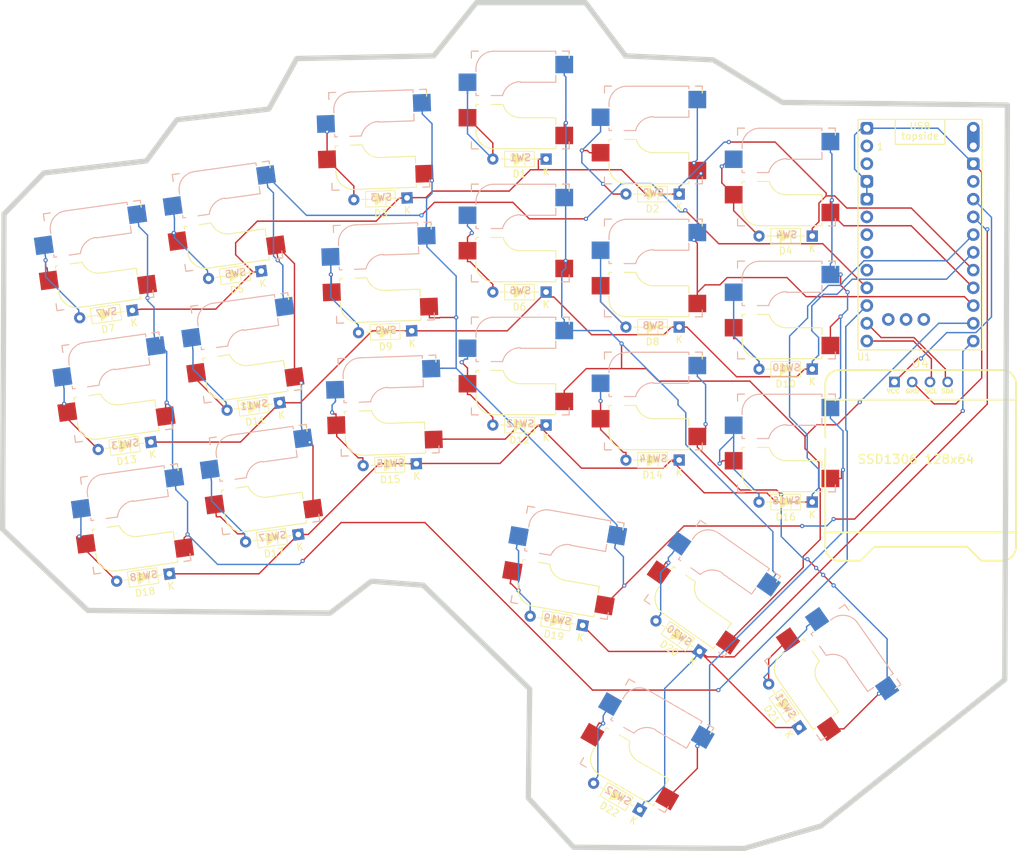
<source format=kicad_pcb>
(kicad_pcb (version 20241229) (generator "pcbnew") (generator_version "9.0")
  (title_block (title "Wing46") (rev "3"))
  (layers (0 "F.Cu" signal) (2 "B.Cu" signal) (13 "F.Paste" user) (15 "B.Paste" user) (5 "F.SilkS" user "F.Silkscreen") (7 "B.SilkS" user "B.Silkscreen") (1 "F.Mask" user) (3 "B.Mask" user) (25 "Edge.Cuts" user))
  (net 0 "")
  (net 1 "/Row1")
  (net 2 "/Col4")
  (net 3 "Earth")
  (net 4 "/Row4")
  (net 5 "/Col1")
  (net 7 "/Col5")
  (net 8 "/Col6")
  (net 9 "/Row2")
  (net 10 "/Col2")
  (net 11 "/Col3")
  (net 12 "/Row3")
  (net 22 "+3V3")
  (net 23 "/SDA")
  (net 24 "/SCL")
  (net 25 "/B+")
  (net 26 "Net-(D1-A)")
  (net 27 "Net-(D2-A)")
  (net 28 "Net-(D3-A)")
  (net 29 "Net-(D4-A)")
  (net 30 "Net-(D5-A)")
  (net 31 "Net-(D6-A)")
  (net 32 "Net-(D7-A)")
  (net 33 "Net-(D8-A)")
  (net 34 "Net-(D9-A)")
  (net 35 "Net-(D10-A)")
  (net 36 "Net-(D11-A)")
  (net 37 "Net-(D12-A)")
  (net 38 "Net-(D13-A)")
  (net 39 "Net-(D14-A)")
  (net 40 "Net-(D15-A)")
  (net 41 "Net-(D16-A)")
  (net 42 "Net-(D17-A)")
  (net 43 "Net-(D18-A)")
  (net 44 "Net-(D19-A)")
  (net 45 "Net-(D20-A)")
  (net 46 "Net-(D21-A)")
  (net 47 "Net-(D22-A)")
  (footprint "PCM_Diode_THT_AKL:D_DO-35_SOD27_P7.62mm_Horizontal" (layer "F.Cu") (at 145.3427 45.9365 180)
    (property "Reference" "D1")
    (property "Value" "1N4148" (hide yes))
  )
  (footprint "PCM_Diode_THT_AKL:D_DO-35_SOD27_P7.62mm_Horizontal" (layer "F.Cu") (at 88.7752 86.4751 -172)
    (property "Reference" "D13")
    (property "Value" "1N4148" (hide yes))
  )
  (footprint "PCM_Diode_THT_AKL:D_DO-35_SOD27_P7.62mm_Horizontal" (layer "F.Cu") (at 145.3427 84.0365 180)
    (property "Reference" "D12")
    (property "Value" "1N4148" (hide yes))
  )
  (footprint "PCM_Diode_THT_AKL:D_DO-35_SOD27_P7.62mm_Horizontal" (layer "F.Cu") (at 183.4427 56.9655 180)
    (property "Reference" "D4")
    (property "Value" "1N4148" (hide yes))
  )
  (footprint "PCM_Diode_THT_AKL:D_DO-35_SOD27_P7.62mm_Horizontal" (layer "F.Cu") (at 183.4427 76.0155 180)
    (property "Reference" "D10")
    (property "Value" "1N4148" (hide yes))
  )
  (footprint "PCM_Diode_THT_AKL:D_DO-35_SOD27_P7.62mm_Horizontal" (layer "F.Cu") (at 150.5704 112.7309 170)
    (property "Reference" "D19")
    (property "Value" "1N4148" (hide yes))
  )
  (footprint "PCM_Diode_THT_AKL:D_DO-35_SOD27_P7.62mm_Horizontal" (layer "F.Cu") (at 104.5699 61.9806 -172)
    (property "Reference" "D5")
    (property "Value" "1N4148" (hide yes))
  )
  (footprint "PCM_Diode_THT_AKL:D_DO-35_SOD27_P7.62mm_Horizontal" (layer "F.Cu") (at 145.3427 64.9865 180)
    (property "Reference" "D6")
    (property "Value" "1N4148" (hide yes))
  )
  (footprint "PCM_Diode_THT_AKL:D_DO-35_SOD27_P7.62mm_Horizontal" (layer "F.Cu") (at 164.3927 50.9497 180)
    (property "Reference" "D2")
    (property "Value" "1N4148" (hide yes))
  )
  (footprint "PCM_marbastlib-xp-promicroish:SuperMini_nRF52840_AH_USBup" (layer "F.Cu") (at 198.88 58.03)
    (property "Reference" "U1")
    (property "Value" "SuperMini nRF52840")
  )
  (footprint "PCM_Diode_THT_AKL:D_DO-35_SOD27_P7.62mm_Horizontal" (layer "F.Cu") (at 158.7428 139.1513 150)
    (property "Reference" "D22")
    (property "Value" "1N4148" (hide yes))
  )
  (footprint "PCM_Diode_THT_AKL:D_DO-35_SOD27_P7.62mm_Horizontal" (layer "F.Cu") (at 164.3927 69.9997 180)
    (property "Reference" "D8")
    (property "Value" "1N4148" (hide yes))
  )
  (footprint "Library:SSD1306" (layer "F.Cu") (at 185.3066 103.4688)
    (property "Reference" "U4")
    (property "Value" "SSD1306-128X64-OLED-0.96")
  )
  (footprint "PCM_Diode_THT_AKL:D_DO-35_SOD27_P7.62mm_Horizontal" (layer "F.Cu") (at 91.4264 105.3397 -172)
    (property "Reference" "D18")
    (property "Value" "1N4148" (hide yes))
  )
  (footprint "PCM_Diode_THT_AKL:D_DO-35_SOD27_P7.62mm_Horizontal" (layer "F.Cu") (at 125.4425 51.5007 -178)
    (property "Reference" "D3")
    (property "Value" "1N4148" (hide yes))
  )
  (footprint "PCM_Diode_THT_AKL:D_DO-35_SOD27_P7.62mm_Horizontal" (layer "F.Cu") (at 126.1074 70.5391 -178)
    (property "Reference" "D9")
    (property "Value" "1N4148" (hide yes))
  )
  (footprint "PCM_Diode_THT_AKL:D_DO-35_SOD27_P7.62mm_Horizontal" (layer "F.Cu") (at 109.8724 99.7098 -172)
    (property "Reference" "D17")
    (property "Value" "1N4148" (hide yes))
  )
  (footprint "PCM_Diode_THT_AKL:D_DO-35_SOD27_P7.62mm_Horizontal" (layer "F.Cu") (at 126.7722 89.5775 -178)
    (property "Reference" "D15")
    (property "Value" "1N4148" (hide yes))
  )
  (footprint "PCM_Diode_THT_AKL:D_DO-35_SOD27_P7.62mm_Horizontal" (layer "F.Cu") (at 86.1239 67.6105 -172)
    (property "Reference" "D7")
    (property "Value" "1N4148" (hide yes))
  )
  (footprint "PCM_Diode_THT_AKL:D_DO-35_SOD27_P7.62mm_Horizontal" (layer "F.Cu") (at 164.3927 89.0497 180)
    (property "Reference" "D14")
    (property "Value" "1N4148" (hide yes))
  )
  (footprint "PCM_Diode_THT_AKL:D_DO-35_SOD27_P7.62mm_Horizontal" (layer "F.Cu") (at 167.3111 116.4614 145)
    (property "Reference" "D20")
    (property "Value" "1N4148" (hide yes))
  )
  (footprint "PCM_Diode_THT_AKL:D_DO-35_SOD27_P7.62mm_Horizontal" (layer "F.Cu") (at 107.2212 80.8452 -172)
    (property "Reference" "D11")
    (property "Value" "1N4148" (hide yes))
  )
  (footprint "PCM_Diode_THT_AKL:D_DO-35_SOD27_P7.62mm_Horizontal" (layer "F.Cu") (at 181.5748 127.3668 125)
    (property "Reference" "D21")
    (property "Value" "1N4148" (hide yes))
  )
  (footprint "PCM_Diode_THT_AKL:D_DO-35_SOD27_P7.62mm_Horizontal" (layer "F.Cu") (at 183.4427 95.0655 180)
    (property "Reference" "D16")
    (property "Value" "1N4148" (hide yes))
  )
  (footprint "keyswitches:Kailh_socket_MX_reversible" (layer "B.Cu") (at 141.6527 37.4765)
    (property "Reference" "SW1")
    (property "Value" "KS33_SW_HS")
  )
  (footprint "keyswitches:Kailh_socket_MX_reversible" (layer "B.Cu") (at 141.6527 75.5765)
    (property "Reference" "SW12")
    (property "Value" "KS33_SW_HS")
  )
  (footprint "keyswitches:Kailh_socket_MX_reversible" (layer "B.Cu") (at 83.9437 78.611 8)
    (property "Reference" "SW13")
    (property "Value" "KS33_SW_HS")
  )
  (footprint "keyswitches:Kailh_socket_MX_reversible" (layer "B.Cu") (at 122.1244 62.2131 2)
    (property "Reference" "SW9")
    (property "Value" "KS33_SW_HS")
  )
  (footprint "keyswitches:Kailh_socket_MX_reversible" (layer "B.Cu") (at 160.7027 42.4897)
    (property "Reference" "SW2")
    (property "Value" "KS33_SW_HS")
  )
  (footprint "keyswitches:Kailh_socket_MX_reversible" (layer "B.Cu") (at 160.7027 80.5897)
    (property "Reference" "SW14")
    (property "Value" "KS33_SW_HS")
  )
  (footprint "keyswitches:Kailh_socket_MX_reversible" (layer "B.Cu") (at 169.1409 107.4149 -35)
    (property "Reference" "SW20")
    (property "Value" "KS33_SW_HS")
  )
  (footprint "keyswitches:Kailh_socket_MX_reversible" (layer "B.Cu") (at 179.7527 86.6055)
    (property "Reference" "SW16")
    (property "Value" "KS33_SW_HS")
  )
  (footprint "keyswitches:Kailh_socket_MX_reversible" (layer "B.Cu") (at 81.2924 59.7464 8)
    (property "Reference" "SW7")
    (property "Value" "KS33_SW_HS")
  )
  (footprint "keyswitches:Kailh_socket_MX_reversible" (layer "B.Cu") (at 160.7027 61.5397)
    (property "Reference" "SW8")
    (property "Value" "KS33_SW_HS")
  )
  (footprint "keyswitches:Kailh_socket_MX_reversible" (layer "B.Cu") (at 121.4595 43.1747 2)
    (property "Reference" "SW3")
    (property "Value" "KS33_SW_HS")
  )
  (footprint "keyswitches:Kailh_socket_MX_reversible" (layer "B.Cu") (at 86.5949 97.4756 8)
    (property "Reference" "SW18")
    (property "Value" "KS33_SW_HS")
  )
  (footprint "keyswitches:Kailh_socket_MX_reversible" (layer "B.Cu") (at 179.7527 48.5055)
    (property "Reference" "SW4")
    (property "Value" "KS33_SW_HS")
  )
  (footprint "keyswitches:Kailh_socket_MX_reversible" (layer "B.Cu") (at 122.7892 81.2515 2)
    (property "Reference" "SW15")
    (property "Value" "KS33_SW_HS")
  )
  (footprint "keyswitches:Kailh_socket_MX_reversible" (layer "B.Cu") (at 141.6527 56.5265)
    (property "Reference" "SW6")
    (property "Value" "KS33_SW_HS")
  )
  (footprint "keyswitches:Kailh_socket_MX_reversible" (layer "B.Cu") (at 102.3897 72.9811 8)
    (property "Reference" "SW11")
    (property "Value" "KS33_SW_HS")
  )
  (footprint "keyswitches:Kailh_socket_MX_reversible" (layer "B.Cu") (at 148.4055 103.7587 -10)
    (property "Reference" "SW19")
    (property "Value" "KS33_SW_HS")
  )
  (footprint "keyswitches:Kailh_socket_MX_reversible" (layer "B.Cu") (at 99.7384 54.1165 8)
    (property "Reference" "SW5")
    (property "Value" "KS33_SW_HS")
  )
  (footprint "keyswitches:Kailh_socket_MX_reversible" (layer "B.Cu") (at 105.0409 91.8457 8)
    (property "Reference" "SW17")
    (property "Value" "KS33_SW_HS")
  )
  (footprint "keyswitches:Kailh_socket_MX_reversible" (layer "B.Cu") (at 179.7527 67.5555)
    (property "Reference" "SW10")
    (property "Value" "KS33_SW_HS")
  )
  (footprint "keyswitches:Kailh_socket_MX_reversible" (layer "B.Cu") (at 159.7772 129.9797 -30)
    (property "Reference" "SW22")
    (property "Value" "KS33_SW_HS")
  )
  (footprint "keyswitches:Kailh_socket_MX_reversible" (layer "B.Cu") (at 186.3883 119.4917 -55)
    (property "Reference" "SW21")
    (property "Value" "KS33_SW_HS")
  )
  (gr_poly (pts (xy 156.707505 31.155508) (xy 169.280487 31.727008) (xy 179.186493 37.823009) (xy 211.380997 38.20401) (xy 211 120.5) (xy 184.711014 141.455017) (xy 173.662003 144.693511) (xy 149.278016 144.503005) (xy 142.801011 137.454513) (xy 142.991501 121.833511) (xy 127.751503 106.97451) (xy 120.321999 106.403007) (xy 114.416504 110.975013) (xy 79.745499 110.594009) (xy 67.553505 98.973503) (xy 67.743996 53.825012) (xy 73.459 47.919509) (xy 88.127503 46.205009) (xy 92.509003 40.299507) (xy 105.653496 38.775508) (xy 109.654007 31.53651) (xy 129.275498 31.155508) (xy 135.371506 23.535509) (xy 150.992508 23.535509)) (stroke (width 0.762)) (fill no) (layer "Edge.Cuts"))
  (segment (start 125.4425 51.5007) (end 124.303 51.5405) (width 0.2) (layer "F.Cu") (net 1))
  (segment (start 126.582 51.461) (end 128.14 51.461) (width 0.2) (layer "F.Cu") (net 1))
  (segment (start 171.5 43.5) (end 178.127457 43.5) (width 0.2) (layer "F.Cu") (net 1))
  (segment (start 184.4052 52.2415) (end 184.4052 54.9013) (width 0.2) (layer "F.Cu") (net 1))
  (segment (start 178.127457 43.5) (end 185.4368 50.809343) (width 0.2) (layer "F.Cu") (net 1))
  (segment (start 185.4368 50.809343) (end 185.4368 51.2099) (width 0.2) (layer "F.Cu") (net 1))
  (segment (start 159.603 50.9497) (end 156.122 47.4685) (width 0.2) (layer "F.Cu") (net 1))
  (segment (start 104.0126 54.827) (end 121.0165 54.827) (width 0.2) (layer "F.Cu") (net 1))
  (segment (start 126.5791 51.461) (end 126.582 51.4609) (width 0.2) (layer "F.Cu") (net 1))
  (segment (start 186.6487 51.2099) (end 185.4368 51.2099) (width 0.2) (layer "F.Cu") (net 1))
  (segment (start 185.4368 51.2099) (end 184.4052 52.2415) (width 0.2) (layer "F.Cu") (net 1))
  (segment (start 128.14 51.461) (end 129.084 50.5177) (width 0.2) (layer "F.Cu") (net 1))
  (segment (start 145.3427 45.9365) (end 144.241 45.9365) (width 0.2) (layer "F.Cu") (net 1))
  (segment (start 143.114 47.4685) (end 144.241 47.4685) (width 0.2) (layer "F.Cu") (net 1))
  (segment (start 164.3927 50.9497) (end 159.603 50.9497) (width 0.2) (layer "F.Cu") (net 1))
  (segment (start 206.5 61.84) (end 197.6109 52.9509) (width 0.2) (layer "F.Cu") (net 1))
  (segment (start 183.4427 56.9655) (end 183.4427 55.8638) (width 0.2) (layer "F.Cu") (net 1))
  (segment (start 100.9023 59.6407) (end 100.9023 57.9373) (width 0.2) (layer "F.Cu") (net 1))
  (segment (start 125.4822 51.461) (end 126.5791 51.461) (width 0.2) (layer "F.Cu") (net 1))
  (segment (start 184.4052 54.9013) (end 183.4427 55.8638) (width 0.2) (layer "F.Cu") (net 1))
  (segment (start 188.3897 52.9509) (end 186.6487 51.2099) (width 0.2) (layer "F.Cu") (net 1))
  (segment (start 103.3255 62.1556) (end 98.0455 67.4356) (width 0.2) (layer "F.Cu") (net 1))
  (segment (start 140.065 50.5177) (end 143.114 47.4685) (width 0.2) (layer "F.Cu") (net 1))
  (segment (start 156.122 47.4685) (end 144.241 47.4685) (width 0.2) (layer "F.Cu") (net 1))
  (segment (start 197.6109 52.9509) (end 188.3897 52.9509) (width 0.2) (layer "F.Cu") (net 1))
  (segment (start 103.3255 62.1555) (end 103.3255 62.1556) (width 0.2) (layer "F.Cu") (net 1))
  (segment (start 121.0165 54.827) (end 124.303 51.5405) (width 0.2) (layer "F.Cu") (net 1))
  (segment (start 100.9023 57.9373) (end 104.0126 54.827) (width 0.2) (layer "F.Cu") (net 1))
  (segment (start 125.442 51.5007) (end 126.5791 51.461) (width 0.2) (layer "F.Cu") (net 1))
  (segment (start 103.3255 62.0639) (end 100.9023 59.6407) (width 0.2) (layer "F.Cu") (net 1))
  (segment (start 126.582 51.4609) (end 126.582 51.461) (width 0.2) (layer "F.Cu") (net 1))
  (segment (start 98.0455 67.4356) (end 87.3683 67.4356) (width 0.2) (layer "F.Cu") (net 1))
  (segment (start 144.241 45.9365) (end 144.241 47.4685) (width 0.2) (layer "F.Cu") (net 1))
  (segment (start 103.3255 62.1555) (end 103.3255 62.0639) (width 0.2) (layer "F.Cu") (net 1))
  (segment (start 129.084 50.5177) (end 140.065 50.5177) (width 0.2) (layer "F.Cu") (net 1))
  (segment (start 104.5699 61.9806) (end 103.3255 62.1555) (width 0.2) (layer "F.Cu") (net 1))
  (segment (start 86.1239 67.6105) (end 87.3683 67.4356) (width 0.2) (layer "F.Cu") (net 1))
  (via (at 171.5 43.5) (size 0.6) (drill 0.3) (layers "F.Cu" "B.Cu") (net 1))
  (segment (start 164.3927 49.9497) (end 170.8424 43.5) (width 0.2) (layer "B.Cu") (net 1))
  (segment (start 164.3927 50.9497) (end 164.3927 49.9497) (width 0.2) (layer "B.Cu") (net 1))
  (segment (start 164.3927 50.9497) (end 164.3927 49.848) (width 0.2) (layer "B.Cu") (net 1))
  (segment (start 170.8424 43.5) (end 171.5 43.5) (width 0.2) (layer "B.Cu") (net 1))
  (segment (start 174.5006 77.7419) (end 182.4144 85.6557) (width 0.2) (layer "F.Cu") (net 2))
  (segment (start 147.943 40.767) (end 148.178 40.767) (width 0.2) (layer "F.Cu") (net 2))
  (segment (start 182.4144 85.6557) (end 182.4144 87.418) (width 0.2) (layer "F.Cu") (net 2))
  (segment (start 147.9427 79.1048) (end 151.0917 75.9558) (width 0.2) (layer "F.Cu") (net 2))
  (segment (start 156.1473 75.9558) (end 159.6664 75.9558) (width 0.2) (layer "F.Cu") (net 2))
  (segment (start 147.943 42.5565) (end 147.943 40.767) (width 0.2) (layer "F.Cu") (net 2))
  (segment (start 182.149 104.414586) (end 182.149 102.851) (width 0.2) (layer "F.Cu") (net 2))
  (segment (start 190.25 80.75) (end 187 84) (width 0.2) (layer "F.Cu") (net 2))
  (segment (start 184.0701 84) (end 182.4144 85.6557) (width 0.2) (layer "F.Cu") (net 2))
  (segment (start 156.1473 75.9558) (end 156.1473 72.3613) (width 0.2) (layer "F.Cu") (net 2))
  (segment (start 161.4525 77.7419) (end 174.5006 77.7419) (width 0.2) (layer "F.Cu") (net 2))
  (segment (start 159.6664 75.9558) (end 161.4525 77.7419) (width 0.2) (layer "F.Cu") (net 2))
  (segment (start 171.379598 115.183988) (end 182.149 104.414586) (width 0.2) (layer "F.Cu") (net 2))
  (segment (start 147.9427 80.6565) (end 147.9427 79.1048) (width 0.2) (layer "F.Cu") (net 2))
  (segment (start 184.5863 93.1808) (end 184.5863 100.4137) (width 0.2) (layer "F.Cu") (net 2))
  (segment (start 187 84) (end 184.0701 84) (width 0.2) (layer "F.Cu") (net 2))
  (segment (start 182.149 102.851) (end 184.5863 100.4137) (width 0.2) (layer "F.Cu") (net 2))
  (segment (start 184.4052 89.4088) (end 184.4052 92.9997) (width 0.2) (layer "F.Cu") (net 2))
  (segment (start 151.0917 75.9558) (end 156.1473 75.9558) (width 0.2) (layer "F.Cu") (net 2))
  (segment (start 184.4052 92.9997) (end 184.5863 93.1808) (width 0.2) (layer "F.Cu") (net 2))
  (segment (start 182.4144 87.418) (end 184.4052 89.4088) (width 0.2) (layer "F.Cu") (net 2))
  (via (at 190.25 80.75) (size 0.6) (drill 0.3) (layers "F.Cu" "B.Cu") (net 2))
  (via (at 148.178 40.767) (size 0.6) (drill 0.3) (layers "F.Cu" "B.Cu") (net 2))
  (via (at 148.1438 60.5) (size 0.6) (drill 0.3) (layers "F.Cu" "B.Cu") (net 2))
  (via (at 156.1473 72.3613) (size 0.6) (drill 0.3) (layers "F.Cu" "B.Cu") (net 2))
  (segment (start 147.9427 70.4965) (end 147.9427 68.9448) (width 0.2) (layer "B.Cu") (net 2))
  (segment (start 190.25 80.75) (end 201.54 69.46) (width 0.2) (layer "B.Cu") (net 2))
  (segment (start 147.5923 62.1128) (end 147.5923 68.5944) (width 0.2) (layer "B.Cu") (net 2))
  (segment (start 148.178 40.767) (end 148.178 34.1839) (width 0.2) (layer "B.Cu") (net 2))
  (segment (start 163.3835 79.5975) (end 163.3835 79.5974) (width 0.2) (layer "B.Cu") (net 2))
  (segment (start 165.3463 82.2635) (end 164.2318 81.149) (width 0.2) (layer "B.Cu") (net 2))
  (segment (start 177.8088 99.3041) (end 165.3463 86.8416) (width 0.2) (layer "B.Cu") (net 2))
  (segment (start 148.178 34.1839) (end 147.943 33.9482) (width 0.2) (layer "B.Cu") (net 2))
  (segment (start 148.1438 61.5613) (end 147.5923 62.1128) (width 0.2) (layer "B.Cu") (net 2))
  (segment (start 154.2825 70.4965) (end 147.9427 70.4965) (width 0.2) (layer "B.Cu") (net 2))
  (segment (start 162.5887 78.8027) (end 156.1473 72.3613) (width 0.2) (layer "B.Cu") (net 2))
  (segment (start 201.54 69.46) (end 206.5 69.46) (width 0.2) (layer "B.Cu") (net 2))
  (segment (start 162.5888 78.8027) (end 162.5887 78.8027) (width 0.2) (layer "B.Cu") (net 2))
  (segment (start 147.943 33.9482) (end 147.943 32.3965) (width 0.2) (layer "B.Cu") (net 2))
  (segment (start 147.943 50.4967) (end 148.178 50.261) (width 0.2) (layer "B.Cu") (net 2))
  (segment (start 147.5923 68.5944) (end 147.9427 68.9448) (width 0.2) (layer "B.Cu") (net 2))
  (segment (start 164.2318 81.149) (end 164.2318 80.4458) (width 0.2) (layer "B.Cu") (net 2))
  (segment (start 177.2071 106.8614) (end 178.2566 105.3626) (width 0.2) (layer "B.Cu") (net 2))
  (segment (start 164.2318 80.4458) (end 163.3835 79.5975) (width 0.2) (layer "B.Cu") (net 2))
  (segment (start 156.1473 72.3613) (end 154.2825 70.4965) (width 0.2) (layer "B.Cu") (net 2))
  (segment (start 163.3835 79.5974) (end 162.5888 78.8027) (width 0.2) (layer "B.Cu") (net 2))
  (segment (start 148.178 50.261) (end 148.178 40.767) (width 0.2) (layer "B.Cu") (net 2))
  (segment (start 178.2566 105.3626) (end 177.8088 104.9148) (width 0.2) (layer "B.Cu") (net 2))
  (segment (start 148.1438 60.5) (end 148.1438 61.5613) (width 0.2) (layer "B.Cu") (net 2))
  (segment (start 177.8088 104.9148) (end 177.8088 99.3041) (width 0.2) (layer "B.Cu") (net 2))
  (segment (start 148.1438 51.6473) (end 148.1438 60.5) (width 0.2) (layer "B.Cu") (net 2))
  (segment (start 165.3463 86.8416) (end 165.3463 82.2635) (width 0.2) (layer "B.Cu") (net 2))
  (segment (start 206.5 46.6) (end 207.701 47.801) (width 0.2) (layer "F.Cu") (net 3))
  (segment (start 207.701 77.299) (end 204 81) (width 0.2) (layer "F.Cu") (net 3))
  (segment (start 207.701 47.801) (end 207.701 77.299) (width 0.2) (layer "F.Cu") (net 3))
  (segment (start 200.884 81) (end 197.753 77.8681) (width 0.2) (layer "F.Cu") (net 3))
  (segment (start 204 81) (end 200.884 81) (width 0.2) (layer "F.Cu") (net 3))
  (segment (start 190.48 41.52) (end 191.26 41.52) (width 0.2) (layer "B.Cu") (net 3))
  (segment (start 191.26 49.14) (end 189.5 47.38) (width 0.2) (layer "B.Cu") (net 3))
  (segment (start 201.42 41.52) (end 206.5 46.6) (width 0.2) (layer "B.Cu") (net 3))
  (segment (start 189.5 47.38) (end 189.5 42.5) (width 0.2) (layer "B.Cu") (net 3))
  (segment (start 189.5 42.5) (end 190.48 41.52) (width 0.2) (layer "B.Cu") (net 3))
  (segment (start 191.26 41.52) (end 201.42 41.52) (width 0.2) (layer "B.Cu") (net 3))
  (segment (start 191.26 51.68) (end 191.26 49.14) (width 0.2) (layer "B.Cu") (net 3))
  (segment (start 208.5 81.035982) (end 208.5 56) (width 0.2) (layer "F.Cu") (net 4))
  (segment (start 167.3111 116.4614) (end 154.3009 116.4614) (width 0.2) (layer "F.Cu") (net 4))
  (segment (start 154.3009 116.4614) (end 150.5704 112.7309) (width 0.2) (layer "F.Cu") (net 4))
  (segment (start 167.3111 116.4614) (end 168.3727 117.2048) (width 0.2) (layer "F.Cu") (net 4))
  (segment (start 168.089938 117.240238) (end 172.295744 117.240238) (width 0.2) (layer "F.Cu") (net 4))
  (segment (start 167.3111 116.4614) (end 168.089938 117.240238) (width 0.2) (layer "F.Cu") (net 4))
  (segment (start 178.2165 127.3668) (end 167.3111 116.4614) (width 0.2) (layer "F.Cu") (net 4))
  (segment (start 172.295744 117.240238) (end 208.5 81.035982) (width 0.2) (layer "F.Cu") (net 4))
  (segment (start 178.2165 127.3668) (end 181.5748 127.3668) (width 0.2) (layer "F.Cu") (net 4))
  (via (at 208.5 56) (size 0.6) (drill 0.3) (layers "F.Cu" "B.Cu") (net 4))
  (segment (start 167.3111 116.4614) (end 166.5677 117.523) (width 0.2) (layer "B.Cu") (net 4))
  (segment (start 162.3228 121.7679) (end 166.5677 117.523) (width 0.2) (layer "B.Cu") (net 4))
  (segment (start 160.064 137.9416) (end 162.3228 135.6828) (width 0.2) (layer "B.Cu") (net 4))
  (segment (start 159.4413 137.9416) (end 160.064 137.9416) (width 0.2) (layer "B.Cu") (net 4))
  (segment (start 162.3228 135.6828) (end 162.3228 121.7679) (width 0.2) (layer "B.Cu") (net 4))
  (segment (start 158.7428 139.1513) (end 159.4413 137.9416) (width 0.2) (layer "B.Cu") (net 4))
  (segment (start 206.5 54.22) (end 208.28 56) (width 0.2) (layer "B.Cu") (net 4))
  (segment (start 208.28 56) (end 208.5 56) (width 0.2) (layer "B.Cu") (net 4))
  (segment (start 170 122) (end 152 122) (width 0.2) (layer "F.Cu") (net 5))
  (segment (start 128 98) (end 116 98) (width 0.2) (layer "F.Cu") (net 5))
  (segment (start 152 122) (end 128 98) (width 0.2) (layer "F.Cu") (net 5))
  (segment (start 116 98) (end 110.5 103.5) (width 0.2) (layer "F.Cu") (net 5))
  (segment (start 88.2919 63.965277) (end 88.228186 63.901563) (width 0.2) (layer "F.Cu") (net 5))
  (segment (start 93.530686 101.630763) (end 93.530686 100.187814) (width 0.2) (layer "F.Cu") (net 5))
  (segment (start 90.879486 82.766163) (end 90.879486 80.972814) (width 0.2) (layer "F.Cu") (net 5))
  (segment (start 90.8422 81.0101) (end 91.0361 80.8162) (width 0.2) (layer "F.Cu") (net 5))
  (segment (start 90.879486 80.972814) (end 91.0361 80.8162) (width 0.2) (layer "F.Cu") (net 5))
  (segment (start 93.530686 100.187814) (end 94.022 99.6965) (width 0.2) (layer "F.Cu") (net 5))
  (segment (start 88.2919 65.835) (end 88.2919 63.965277) (width 0.2) (layer "F.Cu") (net 5))
  (via (at 91.0361 80.8162) (size 0.6) (drill 0.3) (layers "F.Cu" "B.Cu") (net 5))
  (via (at 110.5 103.5) (size 0.6) (drill 0.3) (layers "F.Cu" "B.Cu") (net 5))
  (via (at 170 122) (size 0.6) (drill 0.3) (layers "F.Cu" "B.Cu") (net 5))
  (via (at 88.2919 65.835) (size 0.6) (drill 0.3) (layers "F.Cu" "B.Cu") (net 5))
  (via (at 94.022 99.6965) (size 0.6) (drill 0.3) (layers "F.Cu" "B.Cu") (net 5))
  (segment (start 188.449 84.9167) (end 188.449 103.551) (width 0.2) (layer "B.Cu") (net 5))
  (segment (start 170 122) (end 188.449 103.551) (width 0.2) (layer "B.Cu") (net 5))
  (segment (start 88.2919 66.2231) (end 88.2919 65.835) (width 0.2) (layer "B.Cu") (net 5))
  (segment (start 91.0361 73.521) (end 91.0361 80.8162) (width 0.2) (layer "B.Cu") (net 5))
  (segment (start 91.0361 80.8162) (end 91.8699 81.65) (width 0.2) (layer "B.Cu") (net 5))
  (segment (start 87.0611 55.5965) (end 88.2919 56.8273) (width 0.2) (layer "B.Cu") (net 5))
  (segment (start 89.2187 67.1499) (end 88.2919 66.2231) (width 0.2) (layer "B.Cu") (net 5))
  (segment (start 89.3421 71.827) (end 89.2187 70.949) (width 0.2) (layer "B.Cu") (net 5))
  (segment (start 89.2187 70.949) (end 89.2187 67.1499) (width 0.2) (layer "B.Cu") (net 5))
  (segment (start 89.3421 71.827) (end 91.0361 73.521) (width 0.2) (layer "B.Cu") (net 5))
  (segment (start 92.1167 91.5696) (end 91.8699 89.8136) (width 0.2) (layer "B.Cu") (net 5))
  (segment (start 86.8142 53.8404) (end 87.061 55.5965) (width 0.2) (layer "B.Cu") (net 5))
  (segment (start 92.3636 93.3257) (end 92.3635 93.3257) (width 0.2) (layer "B.Cu") (net 5))
  (segment (start 188.249 69.931) (end 188.249 84.7167) (width 0.2) (layer "B.Cu") (net 5))
  (segment (start 94.022 99.6965) (end 98.3255 104) (width 0.2) (layer "B.Cu") (net 5))
  (segment (start 87.061 55.5965) (end 87.0611 55.5965) (width 0.2) (layer "B.Cu") (net 5))
  (segment (start 88.2919 56.8273) (end 88.2919 65.835) (width 0.2) (layer "B.Cu") (net 5))
  (segment (start 94.022 94.9841) (end 92.3636 93.3257) (width 0.2) (layer "B.Cu") (net 5))
  (segment (start 92.1167 91.5696) (end 92.3635 93.3257) (width 0.2) (layer "B.Cu") (net 5))
  (segment (start 98.3255 104) (end 110 104) (width 0.2) (layer "B.Cu") (net 5))
  (segment (start 110 104) (end 110.5 103.5) (width 0.2) (layer "B.Cu") (net 5))
  (segment (start 94.022 99.6965) (end 94.022 94.9841) (width 0.2) (layer "B.Cu") (net 5))
  (segment (start 91.8699 81.65) (end 91.8699 89.8136) (width 0.2) (layer "B.Cu") (net 5))
  (segment (start 188.249 84.7167) (end 188.449 84.9167) (width 0.2) (layer "B.Cu") (net 5))
  (segment (start 191.26 66.92) (end 188.249 69.931) (width 0.2) (layer "B.Cu") (net 5))
  (segment (start 182.75 103.25) (end 184 104.5) (width 0.2) (layer "F.Cu") (net 7))
  (segment (start 186.5 107) (end 185 105.5) (width 0.2) (layer "F.Cu") (net 7))
  (segment (start 168.175 84.4874) (end 168.175 83.9078) (width 0.2) (layer "F.Cu") (net 7))
  (segment (start 179.8265 62.9108) (end 182.5656 65.6499) (width 0.2) (layer "F.Cu") (net 7))
  (segment (start 182.5656 65.6499) (end 205.2299 65.6499) (width 0.2) (layer "F.Cu") (net 7))
  (segment (start 173.129044 93.334687) (end 178.334687 93.334687) (width 0.2) (layer "F.Cu") (net 7))
  (segment (start 171.26 62.9108) (end 179.8265 62.9108) (width 0.2) (layer "F.Cu") (net 7))
  (segment (start 166.9927 66.6197) (end 166.9927 65.068) (width 0.2) (layer "F.Cu") (net 7))
  (segment (start 170.2179 63.9529) (end 168.1078 63.9529) (width 0.2) (layer "F.Cu") (net 7))
  (segment (start 168.1078 63.9529) (end 166.9927 65.068) (width 0.2) (layer "F.Cu") (net 7))
  (segment (start 166.9927 57.9927) (end 166.5 57.5) (width 0.2) (layer "F.Cu") (net 7))
  (segment (start 166.9927 85.6697) (end 168.175 84.4874) (width 0.2) (layer "F.Cu") (net 7))
  (segment (start 166.9927 87.198343) (end 173.129044 93.334687) (width 0.2) (layer "F.Cu") (net 7))
  (segment (start 166.9927 66.6197) (end 166.9927 57.9927) (width 0.2) (layer "F.Cu") (net 7))
  (segment (start 166.9927 85.6697) (end 166.9927 87.198343) (width 0.2) (layer "F.Cu") (net 7))
  (segment (start 185.834803 127.557935) (end 187.942065 127.557935) (width 0.2) (layer "F.Cu") (net 7))
  (segment (start 170.2179 63.9529) (end 171.26 62.9108) (width 0.2) (layer "F.Cu") (net 7))
  (segment (start 205.2299 65.6499) (end 206.5 66.92) (width 0.2) (layer "F.Cu") (net 7))
  (segment (start 178.334687 93.334687) (end 179 94) (width 0.2) (layer "F.Cu") (net 7))
  (segment (start 187.942065 127.557935) (end 193 122.5) (width 0.2) (layer "F.Cu") (net 7))
  (via (at 166.5 46.5) (size 0.6) (drill 0.3) (layers "F.Cu" "B.Cu") (net 7))
  (via (at 166.5 57.5) (size 0.6) (drill 0.3) (layers "F.Cu" "B.Cu") (net 7))
  (via (at 182.75 103.25) (size 0.6) (drill 0.3) (layers "F.Cu" "B.Cu") (net 7))
  (via (at 185 105.5) (size 0.6) (drill 0.3) (layers "F.Cu" "B.Cu") (net 7))
  (via (at 193 122.5) (size 0.6) (drill 0.3) (layers "F.Cu" "B.Cu") (net 7))
  (via (at 184 104.5) (size 0.6) (drill 0.3) (layers "F.Cu" "B.Cu") (net 7))
  (via (at 167.5 48) (size 0.6) (drill 0.3) (layers "F.Cu" "B.Cu") (net 7))
  (via (at 179 94) (size 0.6) (drill 0.3) (layers "F.Cu" "B.Cu") (net 7))
  (via (at 168.175 83.9078) (size 0.6) (drill 0.3) (layers "F.Cu" "B.Cu") (net 7))
  (via (at 186.5 107) (size 0.6) (drill 0.3) (layers "F.Cu" "B.Cu") (net 7))
  (segment (start 194.157388 121.730398) (end 194.157388 114.657388) (width 0.2) (layer "B.Cu") (net 7))
  (segment (start 166.9927 56.4597) (end 166.9927 48.5073) (width 0.2) (layer "B.Cu") (net 7))
  (segment (start 179 100) (end 182.25 103.25) (width 0.2) (layer "B.Cu") (net 7))
  (segment (start 182.75 103.25) (end 182.25 103.25) (width 0.2) (layer "B.Cu") (net 7))
  (segment (start 168.175 83.9078) (end 168.175 78.2433) (width 0.2) (layer "B.Cu") (net 7))
  (segment (start 185 105.5) (end 184 104.5) (width 0.2) (layer "B.Cu") (net 7))
  (segment (start 166.9927 48.5073) (end 167.5 48) (width 0.2) (layer "B.Cu") (net 7))
  (segment (start 194.157388 114.657388) (end 186.5 107) (width 0.2) (layer "B.Cu") (net 7))
  (segment (start 179 94) (end 179 100) (width 0.2) (layer "B.Cu") (net 7))
  (segment (start 166.9927 37.4097) (end 166.9927 46.0073) (width 0.2) (layer "B.Cu") (net 7))
  (segment (start 168.175 78.2433) (end 166.993 77.0614) (width 0.2) (layer "B.Cu") (net 7))
  (segment (start 166.993 77.0614) (end 166.993 75.5097) (width 0.2) (layer "B.Cu") (net 7))
  (segment (start 166.9927 46.0073) (end 166.5 46.5) (width 0.2) (layer "B.Cu") (net 7))
  (segment (start 197.61 55.49) (end 187.9475 55.49) (width 0.2) (layer "F.Cu") (net 8))
  (segment (start 162.684499 137.524108) (end 167 133.208607) (width 0.2) (layer "F.Cu") (net 8))
  (segment (start 167 133.208607) (end 167 130) (width 0.2) (layer "F.Cu") (net 8))
  (segment (start 186.043 52.0338) (end 186.254 51.8224) (width 0.2) (layer "F.Cu") (net 8))
  (segment (start 187.5 62.4755) (end 187.5 64) (width 0.2) (layer "F.Cu") (net 8))
  (segment (start 186.043 91.6855) (end 187.619 91.6855) (width 0.2) (layer "F.Cu") (net 8))
  (segment (start 187.619 91.6855) (end 187.619 90.6785) (width 0.2) (layer "F.Cu") (net 8))
  (segment (start 206.5 64.38) (end 197.61 55.49) (width 0.2) (layer "F.Cu") (net 8))
  (segment (start 187.619 90.6785) (end 187.848 90.4496) (width 0.2) (layer "F.Cu") (net 8))
  (segment (start 186.254 51.8224) (end 186.257 51.8224) (width 0.2) (layer "F.Cu") (net 8))
  (segment (start 187.5 64) (end 188.5 65) (width 0.2) (layer "F.Cu") (net 8))
  (segment (start 186.043 53.5855) (end 186.043 52.0338) (width 0.2) (layer "F.Cu") (net 8))
  (segment (start 186.0427 72.6355) (end 186.0427 69.9573) (width 0.2) (layer "F.Cu") (net 8))
  (segment (start 186.0427 69.9573) (end 187.5 68.5) (width 0.2) (layer "F.Cu") (net 8))
  (segment (start 187.9475 55.49) (end 186.043 53.5855) (width 0.2) (layer "F.Cu") (net 8))
  (via (at 187.5 68.5) (size 0.6) (drill 0.3) (layers "F.Cu" "B.Cu") (net 8))
  (via (at 188.5 65) (size 0.6) (drill 0.3) (layers "F.Cu" "B.Cu") (net 8))
  (via (at 187.5 62.4755) (size 0.6) (drill 0.3) (layers "F.Cu" "B.Cu") (net 8))
  (via (at 186.257 51.8224) (size 0.6) (drill 0.3) (layers "F.Cu" "B.Cu") (net 8))
  (via (at 187.848 90.4496) (size 0.6) (drill 0.3) (layers "F.Cu" "B.Cu") (net 8))
  (via (at 167 130) (size 0.6) (drill 0.3) (layers "F.Cu" "B.Cu") (net 8))
  (segment (start 186.0427 81.5255) (end 187.5 80.0682) (width 0.2) (layer "B.Cu") (net 8))
  (segment (start 186.043 43.4255) (end 186.043 44.9772) (width 0.2) (layer "B.Cu") (net 8))
  (segment (start 168.7516 127.0155) (end 168.7516 118.4411) (width 0.2) (layer "B.Cu") (net 8))
  (segment (start 188.5 67.5) (end 187.5 68.5) (width 0.2) (layer "B.Cu") (net 8))
  (segment (start 167.7645 128.7253) (end 168.7517 127.0156) (width 0.2) (layer "B.Cu") (net 8))
  (segment (start 186.043 82.2005) (end 186.043 83.0772) (width 0.2) (layer "B.Cu") (net 8))
  (segment (start 186.043 60.9238) (end 186.043 62.4755) (width 0.2) (layer "B.Cu") (net 8))
  (segment (start 168.7516 118.4411) (end 187.848 99.3447) (width 0.2) (layer "B.Cu") (net 8))
  (segment (start 186.257 60.7091) (end 186.043 60.9238) (width 0.2) (layer "B.Cu") (net 8))
  (segment (start 187.5 80.0682) (end 187.5 68.5) (width 0.2) (layer "B.Cu") (net 8))
  (segment (start 186.257 45.1919) (end 186.257 51.8224) (width 0.2) (layer "B.Cu") (net 8))
  (segment (start 186.043 44.9772) (end 186.257 45.1919) (width 0.2) (layer "B.Cu") (net 8))
  (segment (start 186.257 51.8224) (end 186.257 60.7091) (width 0.2) (layer "B.Cu") (net 8))
  (segment (start 188.5 65) (end 188.5 67.5) (width 0.2) (layer "B.Cu") (net 8))
  (segment (start 187.848 99.3447) (end 187.848 90.4496) (width 0.2) (layer "B.Cu") (net 8))
  (segment (start 186.043 83.0772) (end 187.848 84.8828) (width 0.2) (layer "B.Cu") (net 8))
  (segment (start 168.7517 127.0156) (end 168.7516 127.0155) (width 0.2) (layer "B.Cu") (net 8))
  (segment (start 187.848 84.8828) (end 187.848 90.4496) (width 0.2) (layer "B.Cu") (net 8))
  (segment (start 186.0427 62.4755) (end 187.5 62.4755) (width 0.2) (layer "B.Cu") (net 8))
  (segment (start 107.2212 80.8452) (end 110.155 80.8452) (width 0.2) (layer "F.Cu") (net 9))
  (segment (start 164.3927 69.9997) (end 165.494 69.9997) (width 0.2) (layer "F.Cu") (net 9))
  (segment (start 146.444 65.6865) (end 151.859 71.1014) (width 0.2) (layer "F.Cu") (net 9))
  (segment (start 181.239 77.1172) (end 182.341 76.0155) (width 0.2) (layer "F.Cu") (net 9))
  (segment (start 165.494 69.9997) (end 172.612 77.1172) (width 0.2) (layer "F.Cu") (net 9))
  (segment (start 101.591 86.4751) (end 107.221 80.8452) (width 0.2) (layer "F.Cu") (net 9))
  (segment (start 162.189 71.1014) (end 163.291 69.9997) (width 0.2) (layer "F.Cu") (net 9))
  (segment (start 120.461 70.5391) (end 126.107 70.5391) (width 0.2) (layer "F.Cu") (net 9))
  (segment (start 182.341 76.0155) (end 183.4427 76.0155) (width 0.2) (layer "F.Cu") (net 9))
  (segment (start 172.612 77.1172) (end 181.239 77.1172) (width 0.2) (layer "F.Cu") (net 9))
  (segment (start 144.9636 65.3658) (end 139.79 70.5391) (width 0.2) (layer "F.Cu") (net 9))
  (segment (start 144.8459 65.6865) (end 146.444 65.6865) (width 0.2) (layer "F.Cu") (net 9))
  (segment (start 163.291 69.9997) (end 164.3927 69.9997) (width 0.2) (layer "F.Cu") (net 9))
  (segment (start 110.155 80.8452) (end 120.461 70.5391) (width 0.2) (layer "F.Cu") (net 9))
  (segment (start 88.7752 86.4751) (end 101.591 86.4751) (width 0.2) (layer "F.Cu") (net 9))
  (segment (start 139.79 70.5391) (end 126.1074 70.5391) (width 0.2) (layer "F.Cu") (net 9))
  (segment (start 151.859 71.1014) (end 162.189 71.1014) (width 0.2) (layer "F.Cu") (net 9))
  (segment (start 202.6567 63.1433) (end 206.5 59.3) (width 0.2) (layer "B.Cu") (net 9))
  (segment (start 187.0073 65.3043) (end 189.1683 63.1433) (width 0.2) (layer "B.Cu") (net 9))
  (segment (start 183.4427 76.0155) (end 183.4427 74.9138) (width 0.2) (layer "B.Cu") (net 9))
  (segment (start 184.3541 74.0024) (end 184.3541 71.5078) (width 0.2) (layer "B.Cu") (net 9))
  (segment (start 183.4427 74.9138) (end 184.3541 74.0024) (width 0.2) (layer "B.Cu") (net 9))
  (segment (start 183.3803 70.534) (end 183.3803 66.9728) (width 0.2) (layer "B.Cu") (net 9))
  (segment (start 183.3803 66.9728) (end 185.0488 65.3043) (width 0.2) (layer "B.Cu") (net 9))
  (segment (start 184.3541 71.5078) (end 183.3803 70.534) (width 0.2) (layer "B.Cu") (net 9))
  (segment (start 189.1683 63.1433) (end 202.6567 63.1433) (width 0.2) (layer "B.Cu") (net 9))
  (segment (start 185.0488 65.3043) (end 187.0073 65.3043) (width 0.2) (layer "B.Cu") (net 9))
  (segment (start 111.976686 86.976686) (end 111.5 86.5) (width 0.2) (layer "F.Cu") (net 10))
  (segment (start 165.272985 53.272985) (end 170.0665 58.0665) (width 0.2) (layer "F.Cu") (net 10))
  (segment (start 111.976686 96.000863) (end 111.976686 86.976686) (width 0.2) (layer "F.Cu") (net 10))
  (segment (start 184.9465 58.0665) (end 191.26 64.38) (width 0.2) (layer "F.Cu") (net 10))
  (segment (start 140.577889 52.1355) (end 129.3645 52.1355) (width 0.2) (layer "F.Cu") (net 10))
  (segment (start 129.3645 52.1355) (end 127.5 54) (width 0.2) (layer "F.Cu") (net 10))
  (segment (start 151.050342 54.5) (end 142.942389 54.5) (width 0.2) (layer "F.Cu") (net 10))
  (segment (start 109.325486 77.136263) (end 109.325486 60.922963) (width 0.2) (layer "F.Cu") (net 10))
  (segment (start 142.942389 54.5) (end 140.577889 52.1355) (width 0.2) (layer "F.Cu") (net 10))
  (segment (start 106.9211 60.0277) (end 106.9211 60.4191) (width 0.2) (layer "F.Cu") (net 10))
  (segment (start 109.325486 60.922963) (end 106.674186 58.271663) (width 0.2) (layer "F.Cu") (net 10))
  (segment (start 170.0665 58.0665) (end 184.9465 58.0665) (width 0.2) (layer "F.Cu") (net 10))
  (segment (start 106.6742 58.2717) (end 106.921 60.0277) (width 0.2) (layer "F.Cu") (net 10))
  (via (at 111.5 86.5) (size 0.6) (drill 0.3) (layers "F.Cu" "B.Cu") (net 10))
  (via (at 110.3159 78) (size 0.6) (drill 0.3) (layers "F.Cu" "B.Cu") (net 10))
  (via (at 106.9211 60.4191) (size 0.6) (drill 0.3) (layers "F.Cu" "B.Cu") (net 10))
  (via (at 165.272985 53.272985) (size 0.6) (drill 0.3) (layers "F.Cu" "B.Cu") (net 10))
  (via (at 127.5 54) (size 0.6) (drill 0.3) (layers "F.Cu" "B.Cu") (net 10))
  (via (at 151.050342 54.5) (size 0.6) (drill 0.3) (layers "F.Cu" "B.Cu") (net 10))
  (segment (start 152.489978 53.060364) (end 152.5 53.060364) (width 0.2) (layer "B.Cu") (net 10))
  (segment (start 106.3195 59.8175) (end 106.9211 60.4191) (width 0.2) (layer "B.Cu") (net 10))
  (segment (start 105.5071 49.9666) (end 106.3195 50.779) (width 0.2) (layer "B.Cu") (net 10))
  (segment (start 164.5 53.5) (end 165.04597 53.5) (width 0.2) (layer "B.Cu") (net 10))
  (segment (start 110.3159 84.1837) (end 110.3159 78) (width 0.2) (layer "B.Cu") (net 10))
  (segment (start 165.04597 53.5) (end 165.272985 53.272985) (width 0.2) (layer "B.Cu") (net 10))
  (segment (start 110.5627 85.9397) (end 110.3159 84.1837) (width 0.2) (layer "B.Cu") (net 10))
  (segment (start 160.446973 49.446973) (end 164.5 53.5) (width 0.2) (layer "B.Cu") (net 10))
  (segment (start 156.113391 49.446973) (end 160.446973 49.446973) (width 0.2) (layer "B.Cu") (net 10))
  (segment (start 106.3195 50.779) (end 106.3195 59.8175) (width 0.2) (layer "B.Cu") (net 10))
  (segment (start 105.2602 48.2105) (end 105.507 49.9666) (width 0.2) (layer "B.Cu") (net 10))
  (segment (start 107.6647 61.1627) (end 106.9211 60.4191) (width 0.2) (layer "B.Cu") (net 10))
  (segment (start 111.049648 54) (end 127.5 54) (width 0.2) (layer "B.Cu") (net 10))
  (segment (start 107.9115 67.0751) (end 107.6647 65.3191) (width 0.2) (layer "B.Cu") (net 10))
  (segment (start 152.5 53.060364) (end 156.113391 49.446973) (width 0.2) (layer "B.Cu") (net 10))
  (segment (start 105.260187 48.210539) (end 111.049648 54) (width 0.2) (layer "B.Cu") (net 10))
  (segment (start 105.507 49.9666) (end 105.5071 49.9666) (width 0.2) (layer "B.Cu") (net 10))
  (segment (start 151.050342 54.5) (end 152.489978 53.060364) (width 0.2) (layer "B.Cu") (net 10))
  (segment (start 107.6647 65.3191) (end 107.6647 61.1627) (width 0.2) (layer "B.Cu") (net 10))
  (segment (start 156.535789 107.035789) (end 165.071578 98.5) (width 0.2) (layer "F.Cu") (net 11))
  (segment (start 165.071578 98.5) (end 182 98.5) (width 0.2) (layer "F.Cu") (net 11))
  (segment (start 189.5 97.5) (end 205 82) (width 0.2) (layer "F.Cu") (net 11))
  (segment (start 139.4951 86.052) (end 141.3493 84.1978) (width 0.2) (layer "F.Cu") (net 11))
  (segment (start 130.8826 86.052) (end 139.4951 86.052) (width 0.2) (layer "F.Cu") (net 11))
  (segment (start 130.16 68.624) (end 132.4705 68.624) (width 0.2) (layer "F.Cu") (net 11))
  (segment (start 186.5 97.5) (end 189.5 97.5) (width 0.2) (layer "F.Cu") (net 11))
  (segment (start 130.1077 68.6763) (end 130.16 68.624) (width 0.2) (layer "F.Cu") (net 11))
  (segment (start 153.717808 109.85377) (end 156.535789 107.035789) (width 0.2) (layer "F.Cu") (net 11))
  (segment (start 129.2527 86.1089) (end 130.8826 86.052) (width 0.2) (layer "F.Cu") (net 11))
  (segment (start 128.5879 67.0705) (end 128.644 68.6763) (width 0.2) (layer "F.Cu") (net 11))
  (segment (start 128.644 68.6763) (end 130.1077 68.6763) (width 0.2) (layer "F.Cu") (net 11))
  (via (at 129 49) (size 0.6) (drill 0.3) (layers "F.Cu" "B.Cu") (net 11))
  (via (at 205 82) (size 0.6) (drill 0.3) (layers "F.Cu" "B.Cu") (net 11))
  (via (at 186.5 97.5) (size 0.6) (drill 0.3) (layers "F.Cu" "B.Cu") (net 11))
  (via (at 182 98.5) (size 0.6) (drill 0.3) (layers "F.Cu" "B.Cu") (net 11))
  (via (at 132.4705 68.624) (size 0.6) (drill 0.3) (layers "F.Cu" "B.Cu") (net 11))
  (via (at 141.3493 84.1978) (size 0.6) (drill 0.3) (layers "F.Cu" "B.Cu") (net 11))
  (via (at 156.535789 107.035789) (size 0.6) (drill 0.3) (layers "F.Cu" "B.Cu") (net 11))
  (segment (start 128.2894 58.5225) (end 132.4705 62.7036) (width 0.2) (layer "B.Cu") (net 11))
  (segment (start 127.5684 37.8783) (end 127.6245 39.4841) (width 0.2) (layer "B.Cu") (net 11))
  (segment (start 130.528 75.8981) (end 130.528 75.8982) (width 0.2) (layer "B.Cu") (net 11))
  (segment (start 155.164 101.65) (end 156.409 102.894) (width 0.2) (layer "B.Cu") (net 11))
  (segment (start 185.5 98.5) (end 186.5 97.5) (width 0.2) (layer "B.Cu") (net 11))
  (segment (start 156.409 102.894) (end 156.409 106.909) (width 0.2) (layer "B.Cu") (net 11))
  (segment (start 129.015 40.8746) (end 129.015 50.8396) (width 0.2) (layer "B.Cu") (net 11))
  (segment (start 132.4705 75.8981) (end 132.4705 68.624) (width 0.2) (layer "B.Cu") (net 11))
  (segment (start 141.3493 84.1978) (end 140.7702 84.1978) (width 0.2) (layer "B.Cu") (net 11))
  (segment (start 128.177 55.3108) (end 128.233 56.9167) (width 0.2) (layer "B.Cu") (net 11))
  (segment (start 128.2333 56.9167) (end 128.2894 58.5225) (width 0.2) (layer "B.Cu") (net 11))
  (segment (start 128.8981 75.9551) (end 130.528 75.8982) (width 0.2) (layer "B.Cu") (net 11))
  (segment (start 155.482074 99.848124) (end 155.482074 98.330574) (width 0.2) (layer "B.Cu") (net 11))
  (segment (start 155.482 99.8481) (end 155.164 101.65) (width 0.2) (layer "B.Cu") (net 11))
  (segment (start 140.7702 84.1978) (end 132.4705 75.8981) (width 0.2) (layer "B.Cu") (net 11))
  (segment (start 127.6245 39.4841) (end 129.015 40.8746) (width 0.2) (layer "B.Cu") (net 11))
  (segment (start 128.233 51.621) (end 128.233 55.2548) (width 0.2) (layer "B.Cu") (net 11))
  (segment (start 128.233 55.2548) (end 128.177 55.3108) (width 0.2) (layer "B.Cu") (net 11))
  (segment (start 205 82) (end 205 73.5) (width 0.2) (layer "B.Cu") (net 11))
  (segment (start 155.482074 98.330574) (end 141.3493 84.1978) (width 0.2) (layer "B.Cu") (net 11))
  (segment (start 129.015 50.8396) (end 128.233 51.621) (width 0.2) (layer "B.Cu") (net 11))
  (segment (start 156.409 106.909) (end 156.535789 107.035789) (width 0.2) (layer "B.Cu") (net 11))
  (segment (start 132.4705 62.7036) (end 132.4705 68.624) (width 0.2) (layer "B.Cu") (net 11))
  (segment (start 205 73.5) (end 206.5 72) (width 0.2) (layer "B.Cu") (net 11))
  (segment (start 182 98.5) (end 185.5 98.5) (width 0.2) (layer "B.Cu") (net 11))
  (segment (start 132.4705 75.8981) (end 130.528 75.8981) (width 0.2) (layer "B.Cu") (net 11))
  (segment (start 150.414 90.2095) (end 162.131 90.2095) (width 0.2) (layer "F.Cu") (net 12))
  (segment (start 126.7722 89.5775) (end 127.912 89.5377) (width 0.2) (layer "F.Cu") (net 12))
  (segment (start 111.29 99.7098) (end 121.422 89.5775) (width 0.2) (layer "F.Cu") (net 12))
  (segment (start 167.977 93.7357) (end 176.923 93.7357) (width 0.2) (layer "F.Cu") (net 12))
  (segment (start 104.242 105.34) (end 109.872 99.7098) (width 0.2) (layer "F.Cu") (net 12))
  (segment (start 121.422 89.5775) (end 126.772 89.5775) (width 0.2) (layer "F.Cu") (net 12))
  (segment (start 163.291 89.0497) (end 167.977 93.7357) (width 0.2) (layer "F.Cu") (net 12))
  (segment (start 127.912 89.5377) (end 127.912 89.5378) (width 0.2) (layer "F.Cu") (net 12))
  (segment (start 127.912 89.5378) (end 138.74 89.5378) (width 0.2) (layer "F.Cu") (net 12))
  (segment (start 109.8724 99.7098) (end 111.29 99.7098) (width 0.2) (layer "F.Cu") (net 12))
  (segment (start 138.74 89.5378) (end 144.241 84.0365) (width 0.2) (layer "F.Cu") (net 12))
  (segment (start 145.3427 84.0365) (end 144.241 84.0365) (width 0.2) (layer "F.Cu") (net 12))
  (segment (start 164.3927 89.0497) (end 163.291 89.0497) (width 0.2) (layer "F.Cu") (net 12))
  (segment (start 178.253 95.0655) (end 183.4427 95.0655) (width 0.2) (layer "F.Cu") (net 12))
  (segment (start 162.131 90.2095) (end 163.291 89.0497) (width 0.2) (layer "F.Cu") (net 12))
  (segment (start 91.4264 105.34) (end 104.242 105.34) (width 0.2) (layer "F.Cu") (net 12))
  (segment (start 144.241 84.0365) (end 150.414 90.2095) (width 0.2) (layer "F.Cu") (net 12))
  (segment (start 176.923 93.7357) (end 178.253 95.0655) (width 0.2) (layer "F.Cu") (net 12))
  (segment (start 180.1977 71.2848) (end 182.7813 68.7012) (width 0.2) (layer "B.Cu") (net 12))
  (segment (start 182.7813 67.0037) (end 185.7578 64.0272) (width 0.2) (layer "B.Cu") (net 12))
  (segment (start 187.7812 63.5653) (end 190.8448 60.5017) (width 0.2) (layer "B.Cu") (net 12))
  (segment (start 183.4427 95.0655) (end 183.4427 93.9638) (width 0.2) (layer "B.Cu") (net 12))
  (segment (start 182.7259 85.4076) (end 180.1977 82.8794) (width 0.2) (layer "B.Cu") (net 12))
  (segment (start 182.7813 68.7012) (end 182.7813 67.0037) (width 0.2) (layer "B.Cu") (net 12))
  (segment (start 184.3522 90.355) (end 182.7259 88.7287) (width 0.2) (layer "B.Cu") (net 12))
  (segment (start 182.7259 88.7287) (end 182.7259 85.4076) (width 0.2) (layer "B.Cu") (net 12))
  (segment (start 183.4427 93.9638) (end 184.3522 93.0543) (width 0.2) (layer "B.Cu") (net 12))
  (segment (start 185.7578 64.0272) (end 187.4427 64.0272) (width 0.2) (layer "B.Cu") (net 12))
  (segment (start 180.1977 82.8794) (end 180.1977 71.2848) (width 0.2) (layer "B.Cu") (net 12))
  (segment (start 187.7812 63.6887) (end 187.7812 63.5653) (width 0.2) (layer "B.Cu") (net 12))
  (segment (start 187.4427 64.0272) (end 187.7812 63.6887) (width 0.2) (layer "B.Cu") (net 12))
  (segment (start 190.8448 60.5017) (end 202.7583 60.5017) (width 0.2) (layer "B.Cu") (net 12))
  (segment (start 202.7583 60.5017) (end 206.5 56.76) (width 0.2) (layer "B.Cu") (net 12))
  (segment (start 184.3522 93.0543) (end 184.3522 90.355) (width 0.2) (layer "B.Cu") (net 12))
  (segment (start 195.2126 77.8689) (end 198.5815 74.5) (width 0.2) (layer "F.Cu") (net 22))
  (segment (start 198.5815 74.5) (end 199 74.5) (width 0.2) (layer "F.Cu") (net 22))
  (via (at 199 74.5) (size 0.6) (drill 0.3) (layers "F.Cu" "B.Cu") (net 22))
  (segment (start 199 74.5) (end 202.701 70.799) (width 0.2) (layer "B.Cu") (net 22))
  (segment (start 206.859471 70.799) (end 209.101 68.557471) (width 0.2) (layer "B.Cu") (net 22))
  (segment (start 202.701 70.799) (end 206.859471 70.799) (width 0.2) (layer "B.Cu") (net 22))
  (segment (start 209.101 68.557471) (end 209.101 54.281) (width 0.2) (layer "B.Cu") (net 22))
  (segment (start 209.101 54.281) (end 206.5 51.68) (width 0.2) (layer "B.Cu") (net 22))
  (segment (start 202.5 76) (end 202.5 77.5355) (width 0.2) (layer "F.Cu") (net 23))
  (segment (start 191.26 69.46) (end 193.3 71.5) (width 0.2) (layer "F.Cu") (net 23))
  (segment (start 193.3 71.5) (end 198 71.5) (width 0.2) (layer "F.Cu") (net 23))
  (segment (start 198 71.5) (end 202.5 76) (width 0.2) (layer "F.Cu") (net 23))
  (segment (start 191.26 72) (end 197.933 72) (width 0.2) (layer "F.Cu") (net 24))
  (segment (start 200.5 74.5671) (end 200.5 77.6607) (width 0.2) (layer "F.Cu") (net 24))
  (segment (start 197.933 72) (end 200.5 74.5671) (width 0.2) (layer "F.Cu") (net 24))
  (segment (start 137.7227 43.6465) (end 134.0927 40.0165) (width 0.2) (layer "F.Cu") (net 26))
  (segment (start 137.7227 45.9365) (end 137.7227 43.6465) (width 0.2) (layer "F.Cu") (net 26))
  (segment (start 134.093 36.5972) (end 134.0927 36.5969) (width 0.2) (layer "B.Cu") (net 26))
  (segment (start 134.0927 36.5969) (end 134.0927 34.9365) (width 0.2) (layer "B.Cu") (net 26))
  (segment (start 134.0927 34.9365) (end 134.0927 42.3065) (width 0.2) (layer "B.Cu") (net 26))
  (segment (start 134.093 34.9365) (end 134.093 36.5972) (width 0.2) (layer "B.Cu") (net 26))
  (segment (start 134.0927 42.3065) (end 137.7227 45.9365) (width 0.2) (layer "B.Cu") (net 26))
  (segment (start 151.566 45.0297) (end 153.1427 45.0297) (width 0.2) (layer "F.Cu") (net 27))
  (segment (start 154.9497 50.9497) (end 156.7727 50.9497) (width 0.2) (layer "F.Cu") (net 27))
  (segment (start 153.5 49.5) (end 154.9497 50.9497) (width 0.2) (layer "F.Cu") (net 27))
  (segment (start 151.248 44.7112) (end 151.566 45.0297) (width 0.2) (layer "F.Cu") (net 27))
  (segment (start 150.463 44.7112) (end 151.248 44.7112) (width 0.2) (layer "F.Cu") (net 27))
  (via (at 153.5 49.5) (size 0.6) (drill 0.3) (layers "F.Cu" "B.Cu") (net 27))
  (via (at 150.463 44.7112) (size 0.6) (drill 0.3) (layers "F.Cu" "B.Cu") (net 27))
  (segment (start 150.463 46.463) (end 153.5 49.5) (width 0.2) (layer "B.Cu") (net 27))
  (segment (start 150.463 44.7112) (end 150.463 46.463) (width 0.2) (layer "B.Cu") (net 27))
  (segment (start 153.143 39.9497) (end 153.143 42.0313) (width 0.2) (layer "B.Cu") (net 27))
  (segment (start 153.143 42.0313) (end 150.463 44.7112) (width 0.2) (layer "B.Cu") (net 27))
  (segment (start 117.827142 51.766634) (end 117.827142 49.811385) (width 0.2) (layer "F.Cu") (net 28))
  (segment (start 117.827142 49.811385) (end 113.99275 45.976993) (width 0.2) (layer "F.Cu") (net 28))
  (segment (start 113.99275 45.976993) (end 113.99275 42.00725) (width 0.2) (layer "F.Cu") (net 28))
  (segment (start 113.99275 42.00725) (end 114 42) (width 0.2) (layer "F.Cu") (net 28))
  (via (at 114 42) (size 0.6) (drill 0.3) (layers "F.Cu" "B.Cu") (net 28))
  (segment (start 172.1927 51.0455) (end 172.1927 53.3355) (width 0.2) (layer "F.Cu") (net 29))
  (segment (start 172.1927 51.0455) (end 170.5 49.3528) (width 0.2) (layer "F.Cu") (net 29))
  (segment (start 170.5 49.3528) (end 170.5 47) (width 0.2) (layer "F.Cu") (net 29))
  (segment (start 172.1927 53.3355) (end 175.8227 56.9655) (width 0.2) (layer "F.Cu") (net 29))
  (via (at 170.5 47) (size 0.6) (drill 0.3) (layers "F.Cu" "B.Cu") (net 29))
  (segment (start 171.5345 45.9655) (end 170.5 47) (width 0.2) (layer "B.Cu") (net 29))
  (segment (start 172.1927 45.9655) (end 171.5345 45.9655) (width 0.2) (layer "B.Cu") (net 29))
  (via (at 92.048724 56.525655) (size 0.6) (drill 0.3) (layers "F.Cu" "B.Cu") (net 30))
  (segment (start 92.1453 54.4094) (end 92.1453 57.1701) (width 0.2) (layer "B.Cu") (net 30))
  (segment (start 92.1453 57.1701) (end 96.8618 61.8866) (width 0.2) (layer "B.Cu") (net 30))
  (segment (start 91.8985 52.6534) (end 92.1453 54.4094) (width 0.2) (layer "B.Cu") (net 30))
  (segment (start 97.0241 63.0411) (end 96.8618 61.8866) (width 0.2) (layer "B.Cu") (net 30))
  (segment (start 137.723 63.8848) (end 137.723 64.9865) (width 0.2) (layer "F.Cu") (net 31))
  (segment (start 134.093 59.0665) (end 134.093 57.1449) (width 0.2) (layer "F.Cu") (net 31))
  (segment (start 134.456 60.6182) (end 137.723 63.8848) (width 0.2) (layer "F.Cu") (net 31))
  (segment (start 134.093 59.0665) (end 134.093 60.6182) (width 0.2) (layer "F.Cu") (net 31))
  (segment (start 134.093 57.1449) (end 134.711 56.5265) (width 0.2) (layer "F.Cu") (net 31))
  (segment (start 134.093 60.6182) (end 134.456 60.6182) (width 0.2) (layer "F.Cu") (net 31))
  (via (at 134.711 56.5265) (size 0.6) (drill 0.3) (layers "F.Cu" "B.Cu") (net 31))
  (segment (start 134.093 55.5382) (end 134.093 53.9865) (width 0.2) (layer "B.Cu") (net 31))
  (segment (start 134.711 56.5265) (end 134.711 56.1566) (width 0.2) (layer "B.Cu") (net 31))
  (segment (start 134.711 56.1566) (end 134.093 55.5382) (width 0.2) (layer "B.Cu") (net 31))
  (segment (start 73.9126 61.5577) (end 73.6993 61.3444) (width 0.2) (layer "F.Cu") (net 32))
  (segment (start 74.1595 63.3138) (end 73.9127 61.5577) (width 0.2) (layer "F.Cu") (net 32))
  (segment (start 73.9127 61.5577) (end 73.9126 61.5577) (width 0.2) (layer "F.Cu") (net 32))
  (segment (start 73.6993 61.3444) (end 73.6993 60.4249) (width 0.2) (layer "F.Cu") (net 32))
  (via (at 73.6993 60.4249) (size 0.6) (drill 0.3) (layers "F.Cu" "B.Cu") (net 32))
  (segment (start 73.6993 60.0393) (end 73.4525 58.2833) (width 0.2) (layer "B.Cu") (net 32))
  (segment (start 78.5781 68.671) (end 78.4158 67.5165) (width 0.2) (layer "B.Cu") (net 32))
  (segment (start 73.6993 62.8) (end 73.6993 60.4249) (width 0.2) (layer "B.Cu") (net 32))
  (segment (start 73.6993 60.4249) (end 73.6993 60.0393) (width 0.2) (layer "B.Cu") (net 32))
  (segment (start 78.4158 67.5165) (end 73.6993 62.8) (width 0.2) (layer "B.Cu") (net 32))
  (segment (start 153.1427 66.3697) (end 156.7727 69.9997) (width 0.2) (layer "F.Cu") (net 33))
  (segment (start 153.1427 64.0797) (end 153.1427 66.3697) (width 0.2) (layer "F.Cu") (net 33))
  (segment (start 153.1427 66.3697) (end 156.7727 69.9997) (width 0.2) (layer "B.Cu") (net 33))
  (segment (start 153.1427 58.9997) (end 153.1427 66.3697) (width 0.2) (layer "B.Cu") (net 33))
  (segment (start 114.658 65.0154) (end 114.602 63.4096) (width 0.2) (layer "F.Cu") (net 34))
  (segment (start 114.602 63.4096) (end 114.602 62.5422) (width 0.2) (layer "F.Cu") (net 34))
  (segment (start 114.602 62.5422) (end 114.536 62.4769) (width 0.2) (layer "F.Cu") (net 34))
  (via (at 114.536 62.4769) (size 0.6) (drill 0.3) (layers "F.Cu" "B.Cu") (net 34))
  (segment (start 114.536 65.7716) (end 114.536 62.4769) (width 0.2) (layer "B.Cu") (net 34))
  (segment (start 114.4801 59.9405) (end 114.536 61.5443) (width 0.2) (layer "B.Cu") (net 34))
  (segment (start 118.453 69.6881) (end 114.536 65.7716) (width 0.2) (layer "B.Cu") (net 34))
  (segment (start 114.536 61.5443) (end 114.536 62.4769) (width 0.2) (layer "B.Cu") (net 34))
  (segment (start 118.492 70.805) (end 118.453 69.6881) (width 0.2) (layer "B.Cu") (net 34))
  (segment (start 175.8227 74.9138) (end 172.5561 71.6472) (width 0.2) (layer "F.Cu") (net 35))
  (segment (start 172.5561 71.6472) (end 172.1927 71.6472) (width 0.2) (layer "F.Cu") (net 35))
  (segment (start 175.8227 76.0155) (end 175.8227 74.9138) (width 0.2) (layer "F.Cu") (net 35))
  (segment (start 172.1927 70.0955) (end 172.1927 71.6472) (width 0.2) (layer "F.Cu") (net 35))
  (segment (start 172.1927 65.0155) (end 172.1927 71.2838) (width 0.2) (layer "B.Cu") (net 35))
  (segment (start 172.1927 71.2838) (end 175.8227 74.9138) (width 0.2) (layer "B.Cu") (net 35))
  (segment (start 175.8227 76.0155) (end 175.8227 74.9138) (width 0.2) (layer "B.Cu") (net 35))
  (segment (start 99.675357 81.905699) (end 95.256773 77.487115) (width 0.2) (layer "F.Cu") (net 36))
  (segment (start 95.256773 77.487115) (end 95.256773 76.54853) (width 0.2) (layer "F.Cu") (net 36))
  (segment (start 94.7966 76.0347) (end 99.5131 80.7512) (width 0.2) (layer "B.Cu") (net 36))
  (segment (start 99.6754 81.9057) (end 99.5131 80.7512) (width 0.2) (layer "B.Cu") (net 36))
  (segment (start 94.7966 73.274) (end 94.7966 76.0347) (width 0.2) (layer "B.Cu") (net 36))
  (segment (start 94.5498 71.518) (end 94.7966 73.274) (width 0.2) (layer "B.Cu") (net 36))
  (segment (start 134.093 79.6682) (end 134.093 78.1165) (width 0.2) (layer "F.Cu") (net 37))
  (segment (start 134.0927 75.8746) (end 133.2604 75.0423) (width 0.2) (layer "F.Cu") (net 37))
  (segment (start 137.723 84.0365) (end 137.723 82.9348) (width 0.2) (layer "F.Cu") (net 37))
  (segment (start 134.456 79.6682) (end 134.093 79.6682) (width 0.2) (layer "F.Cu") (net 37))
  (segment (start 137.723 82.9348) (end 134.456 79.6682) (width 0.2) (layer "F.Cu") (net 37))
  (segment (start 134.0927 78.1165) (end 134.0927 75.8746) (width 0.2) (layer "F.Cu") (net 37))
  (via (at 133.2604 75.0423) (size 0.6) (drill 0.3) (layers "F.Cu" "B.Cu") (net 37))
  (segment (start 134.0927 73.0365) (end 134.0927 74.5882) (width 0.2) (layer "B.Cu") (net 37))
  (segment (start 133.2604 75.0423) (end 133.7145 74.5882) (width 0.2) (layer "B.Cu") (net 37))
  (segment (start 133.7145 74.5882) (end 134.0927 74.5882) (width 0.2) (layer "B.Cu") (net 37))
  (segment (start 81.229357 87.535599) (end 76.810773 83.117015) (width 0.2) (layer "F.Cu") (net 38))
  (segment (start 76.810773 83.117015) (end 76.810773 82.17843) (width 0.2) (layer "F.Cu") (net 38))
  (via (at 76.3506 81) (size 0.6) (drill 0.3) (layers "F.Cu" "B.Cu") (net 38))
  (segment (start 76.1038 77.1479) (end 76.3506 78.9039) (width 0.2) (layer "B.Cu") (net 38))
  (segment (start 76.3506 78.9039) (end 76.3506 81) (width 0.2) (layer "B.Cu") (net 38))
  (segment (start 156.773 87.948) (end 156.773 89.0497) (width 0.2) (layer "F.Cu") (net 39))
  (segment (start 153.143 83.1297) (end 153.143 84.6814) (width 0.2) (layer "F.Cu") (net 39))
  (segment (start 153.143 84.6814) (end 156.409 87.948) (width 0.2) (layer "F.Cu") (net 39))
  (segment (start 153.143 83.1297) (end 153.143 80.5897) (width 0.2) (layer "F.Cu") (net 39))
  (segment (start 156.409 87.948) (end 156.773 87.948) (width 0.2) (layer "F.Cu") (net 39))
  (via (at 153.143 80.5897) (size 0.6) (drill 0.3) (layers "F.Cu" "B.Cu") (net 39))
  (segment (start 153.143 78.0497) (end 153.143 80.5897) (width 0.2) (layer "B.Cu") (net 39))
  (segment (start 115.266 82.448) (end 115.322 84.0538) (width 0.2) (layer "F.Cu") (net 40))
  (segment (start 119.118 88.7265) (end 119.157 89.8434) (width 0.2) (layer "F.Cu") (net 40))
  (segment (start 115.322 84.0538) (end 115.379 85.6596) (width 0.2) (layer "F.Cu") (net 40))
  (segment (start 114.713 82.2375) (end 114.923 82.448) (width 0.2) (layer "F.Cu") (net 40))
  (segment (start 115.378 85.6596) (end 118.445 88.7265) (width 0.2) (layer "F.Cu") (net 40))
  (segment (start 115.379 85.6596) (end 115.378 85.6596) (width 0.2) (layer "F.Cu") (net 40))
  (segment (start 118.445 88.7265) (end 119.118 88.7265) (width 0.2) (layer "F.Cu") (net 40))
  (segment (start 114.923 82.448) (end 115.266 82.448) (width 0.2) (layer "F.Cu") (net 40))
  (via (at 114.713 82.2375) (size 0.6) (drill 0.3) (layers "F.Cu" "B.Cu") (net 40))
  (segment (start 115.201 80.5827) (end 115.145 80.6387) (width 0.2) (layer "B.Cu") (net 40))
  (segment (start 115.145 78.9769) (end 115.201 80.5827) (width 0.2) (layer "B.Cu") (net 40))
  (segment (start 114.713 81.1728) (end 114.713 82.2375) (width 0.2) (layer "B.Cu") (net 40))
  (segment (start 115.145 80.7405) (end 114.713 81.1728) (width 0.2) (layer "B.Cu") (net 40))
  (segment (start 115.145 80.6387) (end 115.145 80.7405) (width 0.2) (layer "B.Cu") (net 40))
  (segment (start 170.594 89.1455) (end 170.192 89.5477) (width 0.2) (layer "F.Cu") (net 41))
  (segment (start 172.1927 89.1455) (end 170.594 89.1455) (width 0.2) (layer "F.Cu") (net 41))
  (via (at 170.192 89.5477) (size 0.6) (drill 0.3) (layers "F.Cu" "B.Cu") (net 41))
  (segment (start 170.192 87.6183) (end 172.193 85.6172) (width 0.2) (layer "B.Cu") (net 41))
  (segment (start 170.192 89.5477) (end 170.192 87.6183) (width 0.2) (layer "B.Cu") (net 41))
  (segment (start 172.193 85.6172) (end 172.193 84.0655) (width 0.2) (layer "B.Cu") (net 41))
  (segment (start 175.8227 95.0655) (end 175.8227 93.9638) (width 0.2) (layer "B.Cu") (net 41))
  (segment (start 172.193 90.3341) (end 172.193 85.6172) (width 0.2) (layer "B.Cu") (net 41))
  (segment (start 175.8227 93.9638) (end 172.193 90.3341) (width 0.2) (layer "B.Cu") (net 41))
  (segment (start 98.1548 97.1692) (end 98.7255 97.1692) (width 0.2) (layer "F.Cu") (net 42))
  (segment (start 102.164 99.6158) (end 102.2455 100.1929) (width 0.2) (layer "F.Cu") (net 42))
  (segment (start 101.172 99.6158) (end 102.164 99.6158) (width 0.2) (layer "F.Cu") (net 42))
  (segment (start 97.908 95.4131) (end 98.1548 97.1692) (width 0.2) (layer "F.Cu") (net 42))
  (segment (start 98.7255 97.1692) (end 101.172 99.6158) (width 0.2) (layer "F.Cu") (net 42))
  (segment (start 97.201 90.3826) (end 97.4478 92.1386) (width 0.2) (layer "B.Cu") (net 42))
  (segment (start 102.1643 99.6158) (end 97.4478 94.8993) (width 0.2) (layer "B.Cu") (net 42))
  (segment (start 102.3266 100.7703) (end 102.1643 99.6158) (width 0.2) (layer "B.Cu") (net 42))
  (segment (start 97.4478 94.8993) (end 97.4478 92.1386) (width 0.2) (layer "B.Cu") (net 42))
  (segment (start 83.880557 106.400199) (end 79.461973 101.981615) (width 0.2) (layer "F.Cu") (net 43))
  (segment (start 79.461973 101.981615) (end 79.461973 101.04303) (width 0.2) (layer "F.Cu") (net 43))
  (via (at 78.5 100) (size 0.6) (drill 0.3) (layers "F.Cu" "B.Cu") (net 43))
  (segment (start 78.754974 99.745026) (end 78.5 100) (width 0.2) (layer "B.Cu") (net 43))
  (segment (start 78.754974 96.012468) (end 78.754974 99.745026) (width 0.2) (layer "B.Cu") (net 43))
  (segment (start 141.313 107.725) (end 141.401 107.725) (width 0.2) (layer "F.Cu") (net 44))
  (segment (start 140.338 106.749) (end 141.313 107.725) (width 0.2) (layer "F.Cu") (net 44))
  (segment (start 140.5189 104.9473) (end 140.202 106.749) (width 0.2) (layer "F.Cu") (net 44))
  (segment (start 140.202 106.749) (end 140.338 106.749) (width 0.2) (layer "F.Cu") (net 44))
  (via (at 141.401 107.725) (size 0.6) (drill 0.3) (layers "F.Cu" "B.Cu") (net 44))
  (segment (start 141.401 102.064) (end 141.084 101.746) (width 0.2) (layer "B.Cu") (net 44))
  (segment (start 141.401 107.725) (end 141.401 102.064) (width 0.2) (layer "B.Cu") (net 44))
  (segment (start 141.401 107.725) (end 141.401 107.901) (width 0.2) (layer "B.Cu") (net 44))
  (segment (start 141.401 107.901) (end 143.066165 109.566165) (width 0.2) (layer "B.Cu") (net 44))
  (segment (start 141.084 101.746) (end 141.401 99.9445) (width 0.2) (layer "B.Cu") (net 44))
  (segment (start 143.066165 109.566165) (end 143.066165 111.407701) (width 0.2) (layer "B.Cu") (net 44))
  (segment (start 162.63 103.75) (end 162.851 103.75) (width 0.2) (layer "F.Cu") (net 45))
  (segment (start 161.491 105.159) (end 162.541 103.66) (width 0.2) (layer "F.Cu") (net 45))
  (segment (start 162.541 103.66) (end 162.63 103.75) (width 0.2) (layer "F.Cu") (net 45))
  (via (at 162.851 103.75) (size 0.6) (drill 0.3) (layers "F.Cu" "B.Cu") (net 45))
  (segment (start 162.776 103.825) (end 162.851 103.75) (width 0.2) (layer "B.Cu") (net 45))
  (segment (start 161.3999 111.6181) (end 161.747 111.122) (width 0.2) (layer "B.Cu") (net 45))
  (segment (start 163.356 102.497) (end 162.851 103.001) (width 0.2) (layer "B.Cu") (net 45))
  (segment (start 161.747 105.134) (end 162.776 104.105) (width 0.2) (layer "B.Cu") (net 45))
  (segment (start 162.851 103.001) (end 162.851 103.75) (width 0.2) (layer "B.Cu") (net 45))
  (segment (start 162.776 104.105) (end 162.776 103.825) (width 0.2) (layer "B.Cu") (net 45))
  (segment (start 164.405 100.998) (end 163.356 102.497) (width 0.2) (layer "B.Cu") (net 45))
  (segment (start 161.747 111.122) (end 161.747 105.134) (width 0.2) (layer "B.Cu") (net 45))
  (segment (start 177.204148 121.124861) (end 177.204148 117.523063) (width 0.2) (layer "F.Cu") (net 46))
  (segment (start 177.204148 117.523063) (end 179.971416 114.755795) (width 0.2) (layer "F.Cu") (net 46))
  (segment (start 177.2041 119.4783) (end 176.526 120.1564) (width 0.2) (layer "B.Cu") (net 46))
  (segment (start 177.2041 121.1249) (end 176.526 120.1564) (width 0.2) (layer "B.Cu") (net 46))
  (segment (start 184.1327 111.842) (end 182.6339 112.8915) (width 0.2) (layer "B.Cu") (net 46))
  (segment (start 177.2041 118.7706) (end 177.2041 119.4783) (width 0.2) (layer "B.Cu") (net 46))
  (segment (start 182.6339 113.3408) (end 177.2041 118.7706) (width 0.2) (layer "B.Cu") (net 46))
  (segment (start 182.6339 112.8915) (end 182.6339 113.3408) (width 0.2) (layer "B.Cu") (net 46))
  (segment (start 153.024 126.766) (end 153.513 126.766) (width 0.2) (layer "F.Cu") (net 47))
  (segment (start 151.96 128.399) (end 152.947 126.69) (width 0.2) (layer "F.Cu") (net 47))
  (segment (start 152.947 126.69) (end 153.024 126.766) (width 0.2) (layer "F.Cu") (net 47))
  (via (at 153.513 126.766) (size 0.6) (drill 0.3) (layers "F.Cu" "B.Cu") (net 47))
  (segment (start 152.144 135.341) (end 152.756 134.281) (width 0.2) (layer "B.Cu") (net 47))
  (segment (start 152.756 127.595) (end 152.975 127.376) (width 0.2) (layer "B.Cu") (net 47))
  (segment (start 153.513 125.71) (end 153.513 126.766) (width 0.2) (layer "B.Cu") (net 47))
  (segment (start 152.975 127.304) (end 153.513 126.766) (width 0.2) (layer "B.Cu") (net 47))
  (segment (start 152.756 134.281) (end 152.756 127.595) (width 0.2) (layer "B.Cu") (net 47))
  (segment (start 154.5 124) (end 153.513 125.71) (width 0.2) (layer "B.Cu") (net 47))
  (segment (start 152.975 127.376) (end 152.975 127.304) (width 0.2) (layer "B.Cu") (net 47))
)
</source>
